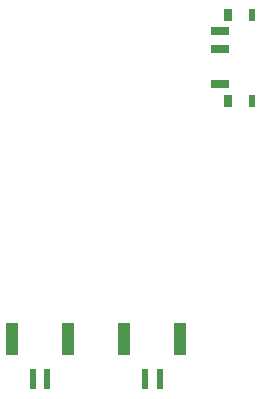
<source format=gbr>
G04 #@! TF.GenerationSoftware,KiCad,Pcbnew,(6.99.0-3982-g8d40bf25d6)*
G04 #@! TF.CreationDate,2022-10-20T10:42:06+02:00*
G04 #@! TF.ProjectId,test,74657374-2e6b-4696-9361-645f70636258,rev?*
G04 #@! TF.SameCoordinates,Original*
G04 #@! TF.FileFunction,Paste,Top*
G04 #@! TF.FilePolarity,Positive*
%FSLAX46Y46*%
G04 Gerber Fmt 4.6, Leading zero omitted, Abs format (unit mm)*
G04 Created by KiCad (PCBNEW (6.99.0-3982-g8d40bf25d6)) date 2022-10-20 10:42:06*
%MOMM*%
%LPD*%
G01*
G04 APERTURE LIST*
%ADD10R,1.000000X2.800000*%
%ADD11R,0.600000X1.800000*%
%ADD12R,1.498600X0.698500*%
%ADD13R,0.599440X0.998220*%
%ADD14R,0.797560X0.998220*%
G04 APERTURE END LIST*
D10*
X48149999Y-116824999D03*
X52849999Y-116824999D03*
D11*
X51124999Y-120174999D03*
X49874999Y-120174999D03*
X59374999Y-120174999D03*
X60624999Y-120174999D03*
D10*
X62349999Y-116824999D03*
X57649999Y-116824999D03*
D12*
X65752479Y-90752099D03*
X65752479Y-92250699D03*
X65752479Y-95247899D03*
D13*
X68498219Y-89350019D03*
D14*
X66400179Y-89350019D03*
D13*
X68498219Y-96649979D03*
D14*
X66400179Y-96649979D03*
M02*

</source>
